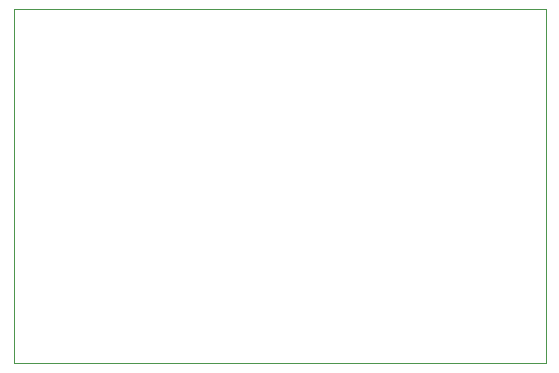
<source format=gbr>
G04 #@! TF.GenerationSoftware,KiCad,Pcbnew,9.0.1-9.0.1-0~ubuntu22.04.1*
G04 #@! TF.CreationDate,2025-04-13T11:09:07-04:00*
G04 #@! TF.ProjectId,TTExperimentModule,54544578-7065-4726-996d-656e744d6f64,1.0*
G04 #@! TF.SameCoordinates,PX10e4380PY2d07198*
G04 #@! TF.FileFunction,Profile,NP*
%FSLAX46Y46*%
G04 Gerber Fmt 4.6, Leading zero omitted, Abs format (unit mm)*
G04 Created by KiCad (PCBNEW 9.0.1-9.0.1-0~ubuntu22.04.1) date 2025-04-13 11:09:07*
%MOMM*%
%LPD*%
G01*
G04 APERTURE LIST*
G04 #@! TA.AperFunction,Profile*
%ADD10C,0.120000*%
G04 #@! TD*
G04 APERTURE END LIST*
G04 #@! TO.C,PCB1*
D10*
X0Y30000000D02*
X45000000Y30000000D01*
X45000000Y0D01*
X0Y0D01*
X0Y30000000D01*
G04 #@! TD*
M02*

</source>
